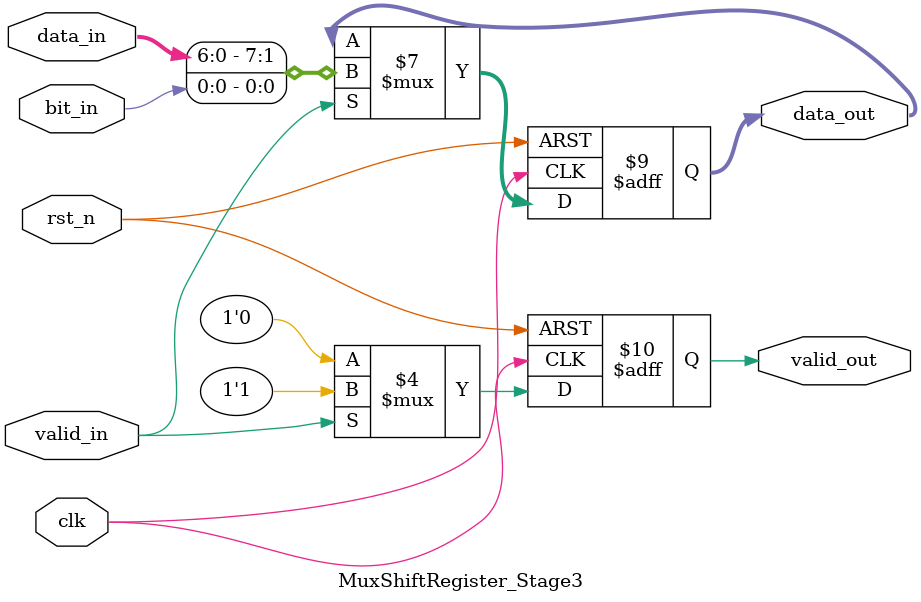
<source format=sv>

module MuxShiftRegister_Pipelined #(
    parameter WIDTH = 8
)(
    input                  clk,
    input                  rst_n,
    input                  sel,
    input        [1:0]     serial_in,
    input                  valid_in,
    output      [WIDTH-1:0] data_out,
    output                 valid_out
);

    // Stage 1 pipeline registers
    wire                   sel_stage1;
    wire        [1:0]      serial_in_stage1;
    wire                   valid_stage1;

    // Stage 2 pipeline registers
    wire                   selected_bit_stage2;
    wire        [WIDTH-1:0] data_out_stage2;
    wire                   valid_stage2;

    // Stage 3 output registers
    wire        [WIDTH-1:0] data_out_stage3;
    wire                   valid_out_stage3;

    // Stage 1: Pipeline input signals
    MuxShiftRegister_Stage1 #(
        .WIDTH(WIDTH)
    ) u_stage1 (
        .clk            (clk),
        .rst_n          (rst_n),
        .sel_in         (sel),
        .serial_in_in   (serial_in),
        .valid_in       (valid_in),
        .sel_out        (sel_stage1),
        .serial_in_out  (serial_in_stage1),
        .valid_out      (valid_stage1)
    );

    // Stage 2: Mux select and data pipeline
    MuxShiftRegister_Stage2 #(
        .WIDTH(WIDTH)
    ) u_stage2 (
        .clk                (clk),
        .rst_n              (rst_n),
        .sel_in             (sel_stage1),
        .serial_in_in       (serial_in_stage1),
        .valid_in           (valid_stage1),
        .data_out_in        (data_out_stage3),
        .selected_bit_out   (selected_bit_stage2),
        .data_out_out       (data_out_stage2),
        .valid_out          (valid_stage2)
    );

    // Stage 3: Shift register update
    MuxShiftRegister_Stage3 #(
        .WIDTH(WIDTH)
    ) u_stage3 (
        .clk            (clk),
        .rst_n          (rst_n),
        .data_in        (data_out_stage2),
        .bit_in         (selected_bit_stage2),
        .valid_in       (valid_stage2),
        .data_out       (data_out_stage3),
        .valid_out      (valid_out_stage3)
    );

    // Output assignments
    assign data_out  = data_out_stage3;
    assign valid_out = valid_out_stage3;

endmodule

// -----------------------------------------------------------------------------
// Stage 1: Input Pipeline Register
// Captures and pipelines the select, serial_in and valid signals
// -----------------------------------------------------------------------------
module MuxShiftRegister_Stage1 #(
    parameter WIDTH = 8
)(
    input              clk,
    input              rst_n,
    input              sel_in,
    input      [1:0]   serial_in_in,
    input              valid_in,
    output reg         sel_out,
    output reg [1:0]   serial_in_out,
    output reg         valid_out
);
    always @(posedge clk or negedge rst_n) begin
        if (!rst_n) begin
            sel_out        <= 1'b0;
            serial_in_out  <= 2'b0;
            valid_out      <= 1'b0;
        end else begin
            sel_out        <= sel_in;
            serial_in_out  <= serial_in_in;
            valid_out      <= valid_in;
        end
    end
endmodule

// -----------------------------------------------------------------------------
// Stage 2: Mux Select and Data Pipeline Register
// Selects the correct serial input bit, pipelines previous data_out, and valid
// -----------------------------------------------------------------------------
module MuxShiftRegister_Stage2 #(
    parameter WIDTH = 8
)(
    input                  clk,
    input                  rst_n,
    input                  sel_in,
    input        [1:0]     serial_in_in,
    input                  valid_in,
    input        [WIDTH-1:0] data_out_in,
    output reg             selected_bit_out,
    output reg [WIDTH-1:0] data_out_out,
    output reg             valid_out
);
    always @(posedge clk or negedge rst_n) begin
        if (!rst_n) begin
            selected_bit_out <= 1'b0;
            data_out_out     <= {WIDTH{1'b0}};
            valid_out        <= 1'b0;
        end else begin
            selected_bit_out <= serial_in_in[sel_in];
            data_out_out     <= data_out_in;
            valid_out        <= valid_in;
        end
    end
endmodule

// -----------------------------------------------------------------------------
// Stage 3: Shift Register Update
// Shifts the register and updates valid signal
// -----------------------------------------------------------------------------
module MuxShiftRegister_Stage3 #(
    parameter WIDTH = 8
)(
    input                  clk,
    input                  rst_n,
    input        [WIDTH-1:0] data_in,
    input                  bit_in,
    input                  valid_in,
    output reg [WIDTH-1:0] data_out,
    output reg             valid_out
);
    always @(posedge clk or negedge rst_n) begin
        if (!rst_n) begin
            data_out  <= {WIDTH{1'b0}};
            valid_out <= 1'b0;
        end else if (valid_in) begin
            data_out  <= {data_in[WIDTH-2:0], bit_in};
            valid_out <= 1'b1;
        end else begin
            valid_out <= 1'b0;
        end
    end
endmodule
</source>
